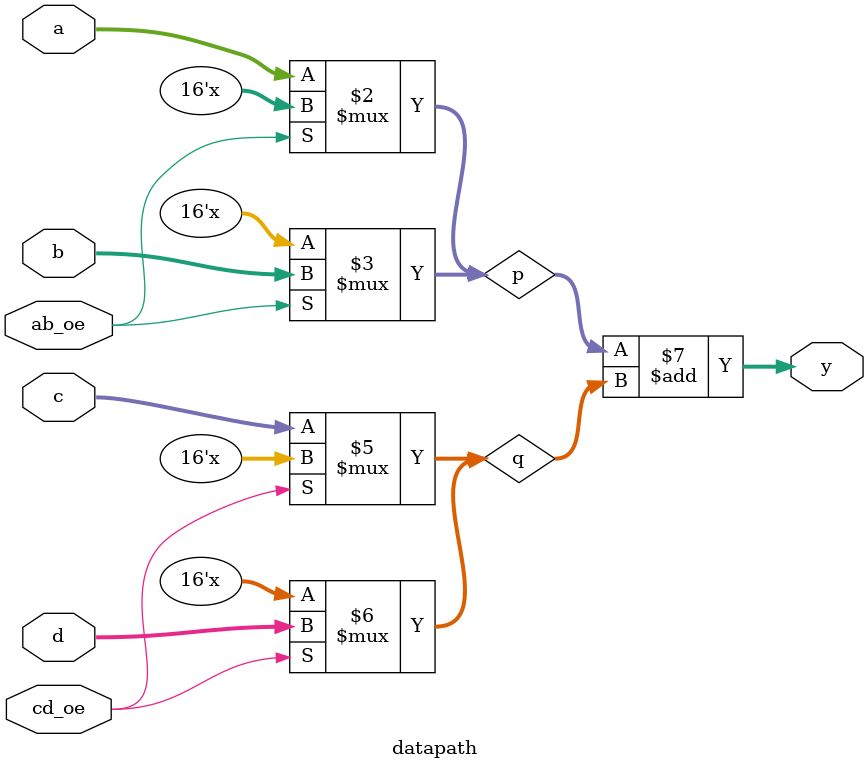
<source format=v>
`timescale 1ns / 1ps

module datapath (a, b, c, d, ab_oe, cd_oe, y);
input ab_oe,cd_oe;
input [15:0] a,b,c,d;
output [15:0] y;

wire [15:0] p,q;

//			ab_oe=1 ab_oe=0
assign p = ~ab_oe ? a : 16'bzzzzzzzzzzzzzzzz;
assign p = ab_oe ? b : 16'bzzzzzzzzzzzzzzzz;
//			cd_oe=1 cd_oe=0
assign q = ~cd_oe ? c : 16'bzzzzzzzzzzzzzzzz;
assign q = cd_oe ? d : 16'bzzzzzzzzzzzzzzzz;

assign y = p + q;
endmodule

</source>
